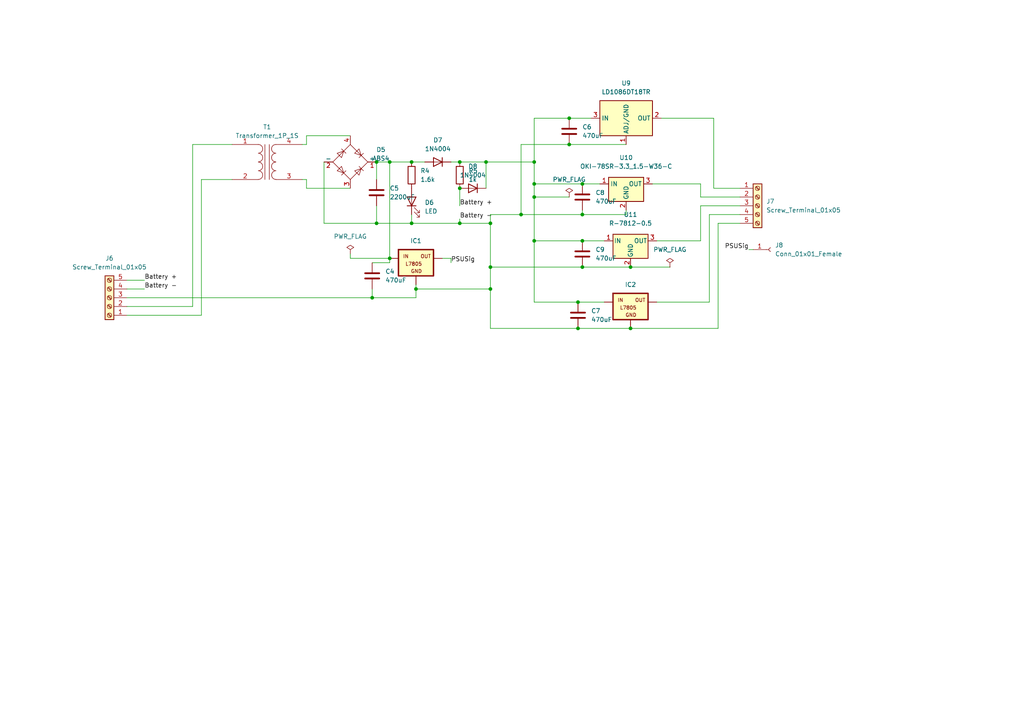
<source format=kicad_sch>
(kicad_sch (version 20211123) (generator eeschema)
  (paper "A4")
  (lib_symbols
    (symbol "Connector:Conn_01x01_Female" (pin_names (offset 1.016) hide)
      (property "Reference" "J" (at 0 2.54 0))
      (property "Value" "Conn_01x01_Female" (at 0 -2.54 0))
      (symbol "Conn_01x01_Female_1_1"
        (polyline (pts (xy -1.27 0) (xy -0.508 0)) (stroke (width 0.1524)))
        (arc (start 0 0.508) (mid -0.508 0) (end 0 -0.508) (stroke (width 0.1524)))
        (pin passive line (at -5.08 0 0) (length 3.81) (name "Pin_1") (number "1"))
      )
    )
    (symbol "Connector:Screw_Terminal_01x05" (pin_names (offset 1.016) hide)
      (property "Reference" "J" (at 0 7.62 0))
      (property "Value" "Screw_Terminal_01x05" (at 0 -7.62 0))
      (symbol "Screw_Terminal_01x05_1_1"
        (rectangle (start -1.27 6.35) (end 1.27 -6.35) (stroke (width 0.254)) (fill (type background)))
        (circle (center 0 -5.08) (radius 0.635) (stroke (width 0.1524)))
        (circle (center 0 -2.54) (radius 0.635) (stroke (width 0.1524)))
        (polyline (pts (xy -0.5334 -4.7498) (xy 0.3302 -5.588)) (stroke (width 0.1524)))
        (polyline (pts (xy -0.5334 -2.2098) (xy 0.3302 -3.048)) (stroke (width 0.1524)))
        (polyline (pts (xy -0.5334 0.3302) (xy 0.3302 -0.508)) (stroke (width 0.1524)))
        (polyline (pts (xy -0.5334 2.8702) (xy 0.3302 2.032)) (stroke (width 0.1524)))
        (polyline (pts (xy -0.5334 5.4102) (xy 0.3302 4.572)) (stroke (width 0.1524)))
        (polyline (pts (xy -0.3556 -4.572) (xy 0.508 -5.4102)) (stroke (width 0.1524)))
        (polyline (pts (xy -0.3556 -2.032) (xy 0.508 -2.8702)) (stroke (width 0.1524)))
        (polyline (pts (xy -0.3556 0.508) (xy 0.508 -0.3302)) (stroke (width 0.1524)))
        (polyline (pts (xy -0.3556 3.048) (xy 0.508 2.2098)) (stroke (width 0.1524)))
        (polyline (pts (xy -0.3556 5.588) (xy 0.508 4.7498)) (stroke (width 0.1524)))
        (circle (center 0 0) (radius 0.635) (stroke (width 0.1524)))
        (circle (center 0 2.54) (radius 0.635) (stroke (width 0.1524)))
        (circle (center 0 5.08) (radius 0.635) (stroke (width 0.1524)))
        (pin passive line (at -5.08 5.08 0) (length 3.81) (name "Pin_1") (number "1"))
        (pin passive line (at -5.08 2.54 0) (length 3.81) (name "Pin_2") (number "2"))
        (pin passive line (at -5.08 0 0) (length 3.81) (name "Pin_3") (number "3"))
        (pin passive line (at -5.08 -2.54 0) (length 3.81) (name "Pin_4") (number "4"))
        (pin passive line (at -5.08 -5.08 0) (length 3.81) (name "Pin_5") (number "5"))
      )
    )
    (symbol "Converter_DCDC:OKI-78SR-3.3_1.5-W36-C"
      (property "Reference" "U" (at -3.81 3.175 0))
      (property "Value" "OKI-78SR-3.3_1.5-W36-C" (at 0 3.175 0))
      (symbol "OKI-78SR-3.3_1.5-W36-C_0_1"
        (rectangle (start -5.08 1.905) (end 5.08 -5.08) (stroke (width 0.254)) (fill (type background)))
      )
      (symbol "OKI-78SR-3.3_1.5-W36-C_1_1"
        (pin power_in line (at -7.62 0 0) (length 2.54) (name "IN") (number "1"))
        (pin power_in line (at 0 -7.62 90) (length 2.54) (name "GND") (number "2"))
        (pin power_out line (at 7.62 0 180) (length 2.54) (name "OUT") (number "3"))
      )
    )
    (symbol "Device:C" (pin_numbers hide) (pin_names (offset 0.254))
      (property "Reference" "C" (at 0.635 2.54 0))
      (property "Value" "C" (at 0.635 -2.54 0))
      (symbol "C_0_1"
        (polyline (pts (xy -2.032 -0.762) (xy 2.032 -0.762)) (stroke (width 0.508)))
        (polyline (pts (xy -2.032 0.762) (xy 2.032 0.762)) (stroke (width 0.508)))
      )
      (symbol "C_1_1"
        (pin passive line (at 0 3.81 270) (length 2.794) (name "~") (number "1"))
        (pin passive line (at 0 -3.81 90) (length 2.794) (name "~") (number "2"))
      )
    )
    (symbol "Device:LED" (pin_numbers hide) (pin_names (offset 1.016) hide)
      (property "Reference" "D" (at 0 2.54 0))
      (property "Value" "LED" (at 0 -2.54 0))
      (symbol "LED_0_1"
        (polyline (pts (xy -1.27 -1.27) (xy -1.27 1.27)) (stroke (width 0.254)))
        (polyline (pts (xy -1.27 0) (xy 1.27 0)))
        (polyline (pts (xy 1.27 -1.27) (xy 1.27 1.27) (xy -1.27 0) (xy 1.27 -1.27)) (stroke (width 0.254)))
        (polyline (pts (xy -3.048 -0.762) (xy -4.572 -2.286) (xy -3.81 -2.286) (xy -4.572 -2.286) (xy -4.572 -1.524)))
        (polyline (pts (xy -1.778 -0.762) (xy -3.302 -2.286) (xy -2.54 -2.286) (xy -3.302 -2.286) (xy -3.302 -1.524)))
      )
      (symbol "LED_1_1"
        (pin passive line (at -3.81 0 0) (length 2.54) (name "K") (number "1"))
        (pin passive line (at 3.81 0 180) (length 2.54) (name "A") (number "2"))
      )
    )
    (symbol "Device:R" (pin_numbers hide) (pin_names (offset 0))
      (property "Reference" "R" (at 2.032 0 90))
      (property "Value" "R" (at 0 0 90))
      (symbol "R_0_1"
        (rectangle (start -1.016 -2.54) (end 1.016 2.54) (stroke (width 0.254)))
      )
      (symbol "R_1_1"
        (pin passive line (at 0 3.81 270) (length 1.27) (name "~") (number "1"))
        (pin passive line (at 0 -3.81 90) (length 1.27) (name "~") (number "2"))
      )
    )
    (symbol "Device:Transformer_1P_1S" (pin_names (offset 1.016) hide)
      (property "Reference" "T" (at 0 6.35 0))
      (property "Value" "Transformer_1P_1S" (at 0 -7.62 0))
      (symbol "Transformer_1P_1S_0_1"
        (arc (start -2.54 -5.0546) (mid -1.6599 -4.6901) (end -1.27 -3.81))
        (arc (start -2.54 -2.5146) (mid -1.6599 -2.1501) (end -1.27 -1.27))
        (arc (start -2.54 0.0254) (mid -1.6599 0.3899) (end -1.27 1.27))
        (arc (start -2.54 2.5654) (mid -1.6599 2.9299) (end -1.27 3.81))
        (arc (start -1.27 -3.81) (mid -1.642 -2.912) (end -2.54 -2.54))
        (arc (start -1.27 -1.27) (mid -1.642 -0.372) (end -2.54 0))
        (arc (start -1.27 1.27) (mid -1.642 2.168) (end -2.54 2.54))
        (arc (start -1.27 3.81) (mid -1.642 4.708) (end -2.54 5.08))
        (polyline (pts (xy -0.635 5.08) (xy -0.635 -5.08)))
        (polyline (pts (xy 0.635 -5.08) (xy 0.635 5.08)))
        (arc (start 1.2954 -1.27) (mid 1.6599 -2.1501) (end 2.54 -2.5146))
        (arc (start 1.2954 1.27) (mid 1.6599 0.3899) (end 2.54 0.0254))
        (arc (start 1.2954 3.81) (mid 1.6599 2.9299) (end 2.54 2.5654))
        (arc (start 1.3208 -3.81) (mid 1.6853 -4.6901) (end 2.5654 -5.0546))
        (arc (start 2.54 0) (mid 1.642 -0.372) (end 1.2954 -1.27))
        (arc (start 2.54 2.54) (mid 1.642 2.168) (end 1.2954 1.27))
        (arc (start 2.54 5.08) (mid 1.642 4.708) (end 1.2954 3.81))
        (arc (start 2.5654 -2.54) (mid 1.6674 -2.912) (end 1.3208 -3.81))
      )
      (symbol "Transformer_1P_1S_1_1"
        (pin passive line (at -10.16 5.08 0) (length 7.62) (name "AA") (number "1"))
        (pin passive line (at -10.16 -5.08 0) (length 7.62) (name "AB") (number "2"))
        (pin passive line (at 10.16 -5.08 180) (length 7.62) (name "SA") (number "3"))
        (pin passive line (at 10.16 5.08 180) (length 7.62) (name "SB") (number "4"))
      )
    )
    (symbol "Diode:1N4004" (pin_numbers hide) (pin_names (offset 1.016) hide)
      (property "Reference" "D" (at 0 2.54 0))
      (property "Value" "1N4004" (at 0 -2.54 0))
      (symbol "1N4004_0_1"
        (polyline (pts (xy -1.27 1.27) (xy -1.27 -1.27)) (stroke (width 0.254)))
        (polyline (pts (xy 1.27 0) (xy -1.27 0)))
        (polyline (pts (xy 1.27 1.27) (xy 1.27 -1.27) (xy -1.27 0) (xy 1.27 1.27)) (stroke (width 0.254)))
      )
      (symbol "1N4004_1_1"
        (pin passive line (at -3.81 0 0) (length 2.54) (name "K") (number "1"))
        (pin passive line (at 3.81 0 180) (length 2.54) (name "A") (number "2"))
      )
    )
    (symbol "Diode_Bridge:ABS4" (pin_names (offset 0))
      (property "Reference" "D" (at 2.54 6.985 0))
      (property "Value" "ABS4" (at 2.54 5.08 0))
      (symbol "ABS4_0_1"
        (polyline (pts (xy -2.54 3.81) (xy -1.27 2.54)))
        (polyline (pts (xy -1.27 -2.54) (xy -2.54 -3.81)))
        (polyline (pts (xy 2.54 -1.27) (xy 3.81 -2.54)))
        (polyline (pts (xy 2.54 1.27) (xy 3.81 2.54)))
        (polyline (pts (xy -3.81 2.54) (xy -2.54 1.27) (xy -1.905 3.175) (xy -3.81 2.54)))
        (polyline (pts (xy -2.54 -1.27) (xy -3.81 -2.54) (xy -1.905 -3.175) (xy -2.54 -1.27)))
        (polyline (pts (xy 1.27 2.54) (xy 2.54 3.81) (xy 3.175 1.905) (xy 1.27 2.54)))
        (polyline (pts (xy 3.175 -1.905) (xy 1.27 -2.54) (xy 2.54 -3.81) (xy 3.175 -1.905)))
        (polyline (pts (xy -5.08 0) (xy 0 -5.08) (xy 5.08 0) (xy 0 5.08) (xy -5.08 0)))
      )
      (symbol "ABS4_1_1"
        (pin passive line (at 7.62 0 180) (length 2.54) (name "+") (number "1"))
        (pin passive line (at -7.62 0 0) (length 2.54) (name "-") (number "2"))
        (pin passive line (at 0 -7.62 90) (length 2.54) (name "~") (number "3"))
        (pin passive line (at 0 7.62 270) (length 2.54) (name "~") (number "4"))
      )
    )
    (symbol "L7805:L7805" (pin_numbers hide) (pin_names (offset 1.016) hide)
      (property "Reference" "IC" (at 5.08 7.62 0))
      (symbol "L7805_0_0"
        (rectangle (start -5.08 -2.54) (end 5.08 5.08) (stroke (width 0.4064)) (fill (type background)))
        (text "GND" (at -1.524 -1.778 0) (effects (font (size 1.016 1.016)) (justify left bottom)))
        (text "IN" (at -3.81 2.54 0) (effects (font (size 1.016 1.016)) (justify left bottom)))
        (text "L7805" (at 1.778 1.524 0) (effects (font (size 1.016 1.016)) (justify right top)))
        (text "OUT" (at 1.27 2.54 0) (effects (font (size 1.016 1.016)) (justify left bottom)))
        (pin input line (at 0 -5.08 90) (length 2.54) (name "~") (number "GND"))
        (pin input line (at -7.62 2.54 0) (length 2.54) (name "~") (number "IN"))
        (pin passive line (at 7.62 2.54 180) (length 2.54) (name "~") (number "OUT"))
      )
    )
    (symbol "Regulator_Linear:LD1086DT18TR"
      (property "Reference" "U" (at 0 10.16 0))
      (property "Value" "LD1086DT18TR" (at 0 7.62 0))
      (symbol "LD1086DT18TR_1_1"
        (rectangle (start -7.62 -5.08) (end 7.62 5.08) (stroke (width 0.254)) (fill (type background)))
        (pin input line (at 0 -7.62 90) (length 2.54) (name "ADJ/GND") (number "1"))
        (pin power_out line (at 10.16 0 180) (length 2.54) (name "OUT") (number "2"))
        (pin power_in line (at -10.16 0 0) (length 2.54) (name "IN") (number "3"))
      )
    )
    (symbol "Regulator_Switching:R-7812-0.5" (pin_names (offset 0.254))
      (property "Reference" "U" (at -3.81 3.175 0))
      (property "Value" "R-7812-0.5" (at 0 3.175 0))
      (symbol "R-7812-0.5_0_1"
        (rectangle (start -5.08 1.905) (end 5.08 -5.08) (stroke (width 0.254)) (fill (type background)))
      )
      (symbol "R-7812-0.5_1_1"
        (pin power_in line (at -7.62 0 0) (length 2.54) (name "IN") (number "1"))
        (pin power_in line (at 0 -7.62 90) (length 2.54) (name "GND") (number "2"))
        (pin power_out line (at 7.62 0 180) (length 2.54) (name "OUT") (number "3"))
      )
    )
    (symbol "power:PWR_FLAG" (power) (pin_numbers hide) (pin_names (offset 0) hide)
      (property "Value" "PWR_FLAG" (at 0 3.81 0))
      (symbol "PWR_FLAG_0_0"
        (pin power_out line (at 0 0 90) (length 0) (name "pwr") (number "1"))
      )
      (symbol "PWR_FLAG_0_1"
        (polyline (pts (xy 0 0) (xy 0 1.27) (xy -1.016 1.905) (xy 0 2.54) (xy 1.016 1.905) (xy 0 1.27)))
      )
    )
  )
  (junction (at 113.03 74.93))
  (junction (at 120.65 83.82))
  (junction (at 140.97 46.99))
  (junction (at 119.38 46.99))
  (junction (at 165.1 41.91))
  (junction (at 107.95 86.36))
  (junction (at 133.35 46.99))
  (junction (at 154.94 57.15))
  (junction (at 182.88 95.25))
  (junction (at 142.24 83.82))
  (junction (at 168.91 77.47))
  (junction (at 151.13 62.23))
  (junction (at 168.91 62.23))
  (junction (at 113.03 46.99))
  (junction (at 109.22 64.77))
  (junction (at 154.94 46.99))
  (junction (at 168.91 69.85))
  (junction (at 142.24 64.77))
  (junction (at 167.64 95.25))
  (junction (at 109.22 46.99))
  (junction (at 182.88 77.47))
  (junction (at 133.35 54.61))
  (junction (at 167.64 87.63))
  (junction (at 142.24 77.47))
  (junction (at 168.91 53.34))
  (junction (at 154.94 53.34))
  (junction (at 119.38 64.77))
  (junction (at 133.35 64.77))
  (junction (at 165.1 34.29))
  (junction (at 154.94 69.85))
  (wire (pts (xy 113.03 46.99) (xy 119.38 46.99)))
  (wire (pts (xy 87.63 41.91) (xy 88.9 41.91)))
  (wire (pts (xy 214.63 64.77) (xy 208.28 64.77)))
  (wire (pts (xy 36.83 83.82) (xy 41.91 83.82)))
  (wire (pts (xy 119.38 64.77) (xy 133.35 64.77)))
  (wire (pts (xy 154.94 57.15) (xy 165.1 57.15)))
  (wire (pts (xy 168.91 60.96) (xy 168.91 62.23)))
  (wire (pts (xy 109.22 64.77) (xy 119.38 64.77)))
  (wire (pts (xy 133.35 46.99) (xy 140.97 46.99)))
  (wire (pts (xy 93.98 46.99) (xy 93.98 64.77)))
  (wire (pts (xy 151.13 62.23) (xy 142.24 62.23)))
  (wire (pts (xy 113.03 74.93) (xy 113.03 46.99)))
  (wire (pts (xy 140.97 54.61) (xy 140.97 46.99)))
  (wire (pts (xy 154.94 69.85) (xy 154.94 87.63)))
  (wire (pts (xy 133.35 64.77) (xy 142.24 64.77)))
  (wire (pts (xy 151.13 41.91) (xy 165.1 41.91)))
  (wire (pts (xy 168.91 69.85) (xy 175.26 69.85)))
  (wire (pts (xy 101.6 74.93) (xy 113.03 74.93)))
  (wire (pts (xy 181.61 62.23) (xy 168.91 62.23)))
  (wire (pts (xy 109.22 59.69) (xy 109.22 64.77)))
  (wire (pts (xy 58.42 91.44) (xy 58.42 52.07)))
  (wire (pts (xy 190.5 69.85) (xy 203.2 69.85)))
  (wire (pts (xy 55.88 41.91) (xy 67.31 41.91)))
  (wire (pts (xy 107.95 83.82) (xy 107.95 86.36)))
  (wire (pts (xy 133.35 63.5) (xy 133.35 64.77)))
  (wire (pts (xy 113.03 76.2) (xy 113.03 74.93)))
  (wire (pts (xy 36.83 86.36) (xy 107.95 86.36)))
  (wire (pts (xy 168.91 77.47) (xy 182.88 77.47)))
  (wire (pts (xy 36.83 81.28) (xy 41.91 81.28)))
  (wire (pts (xy 207.01 34.29) (xy 207.01 54.61)))
  (wire (pts (xy 154.94 53.34) (xy 154.94 57.15)))
  (wire (pts (xy 167.64 87.63) (xy 175.26 87.63)))
  (wire (pts (xy 217.17 72.39) (xy 218.44 72.39)))
  (wire (pts (xy 154.94 87.63) (xy 167.64 87.63)))
  (wire (pts (xy 142.24 95.25) (xy 142.24 83.82)))
  (wire (pts (xy 55.88 88.9) (xy 55.88 41.91)))
  (wire (pts (xy 207.01 54.61) (xy 214.63 54.61)))
  (wire (pts (xy 58.42 52.07) (xy 67.31 52.07)))
  (wire (pts (xy 109.22 46.99) (xy 109.22 52.07)))
  (wire (pts (xy 168.91 53.34) (xy 173.99 53.34)))
  (wire (pts (xy 142.24 77.47) (xy 168.91 77.47)))
  (wire (pts (xy 119.38 46.99) (xy 123.19 46.99)))
  (wire (pts (xy 168.91 62.23) (xy 151.13 62.23)))
  (wire (pts (xy 107.95 86.36) (xy 120.65 86.36)))
  (wire (pts (xy 88.9 39.37) (xy 88.9 41.91)))
  (wire (pts (xy 203.2 69.85) (xy 203.2 59.69)))
  (wire (pts (xy 189.23 53.34) (xy 203.2 53.34)))
  (wire (pts (xy 203.2 53.34) (xy 203.2 57.15)))
  (wire (pts (xy 36.83 91.44) (xy 58.42 91.44)))
  (wire (pts (xy 120.65 82.55) (xy 120.65 83.82)))
  (wire (pts (xy 120.65 83.82) (xy 120.65 86.36)))
  (wire (pts (xy 109.22 46.99) (xy 113.03 46.99)))
  (wire (pts (xy 130.81 74.93) (xy 130.81 76.2)))
  (wire (pts (xy 107.95 76.2) (xy 113.03 76.2)))
  (wire (pts (xy 119.38 62.23) (xy 119.38 64.77)))
  (wire (pts (xy 167.64 95.25) (xy 182.88 95.25)))
  (wire (pts (xy 154.94 53.34) (xy 168.91 53.34)))
  (wire (pts (xy 93.98 64.77) (xy 109.22 64.77)))
  (wire (pts (xy 142.24 64.77) (xy 142.24 77.47)))
  (wire (pts (xy 120.65 83.82) (xy 142.24 83.82)))
  (wire (pts (xy 133.35 54.61) (xy 133.35 59.69)))
  (wire (pts (xy 154.94 34.29) (xy 165.1 34.29)))
  (wire (pts (xy 36.83 88.9) (xy 55.88 88.9)))
  (wire (pts (xy 130.81 46.99) (xy 133.35 46.99)))
  (wire (pts (xy 191.77 34.29) (xy 207.01 34.29)))
  (wire (pts (xy 88.9 54.61) (xy 101.6 54.61)))
  (wire (pts (xy 165.1 34.29) (xy 171.45 34.29)))
  (wire (pts (xy 140.97 46.99) (xy 154.94 46.99)))
  (wire (pts (xy 88.9 39.37) (xy 101.6 39.37)))
  (wire (pts (xy 142.24 77.47) (xy 142.24 83.82)))
  (wire (pts (xy 203.2 57.15) (xy 214.63 57.15)))
  (wire (pts (xy 205.74 87.63) (xy 205.74 62.23)))
  (wire (pts (xy 142.24 62.23) (xy 142.24 64.77)))
  (wire (pts (xy 101.6 73.66) (xy 101.6 74.93)))
  (wire (pts (xy 165.1 41.91) (xy 181.61 41.91)))
  (wire (pts (xy 182.88 95.25) (xy 208.28 95.25)))
  (wire (pts (xy 151.13 62.23) (xy 151.13 41.91)))
  (wire (pts (xy 181.61 60.96) (xy 181.61 62.23)))
  (wire (pts (xy 154.94 57.15) (xy 154.94 69.85)))
  (wire (pts (xy 128.27 74.93) (xy 130.81 74.93)))
  (wire (pts (xy 88.9 52.07) (xy 88.9 54.61)))
  (wire (pts (xy 208.28 64.77) (xy 208.28 95.25)))
  (wire (pts (xy 205.74 62.23) (xy 214.63 62.23)))
  (wire (pts (xy 154.94 46.99) (xy 154.94 34.29)))
  (wire (pts (xy 87.63 52.07) (xy 88.9 52.07)))
  (wire (pts (xy 154.94 46.99) (xy 154.94 53.34)))
  (wire (pts (xy 167.64 95.25) (xy 142.24 95.25)))
  (wire (pts (xy 190.5 87.63) (xy 205.74 87.63)))
  (wire (pts (xy 203.2 59.69) (xy 214.63 59.69)))
  (wire (pts (xy 154.94 69.85) (xy 168.91 69.85)))
  (wire (pts (xy 182.88 77.47) (xy 194.31 77.47)))
  (label "PSUSig" (at 130.81 76.2 0))
  (label "Battery +" (at 133.35 59.69 0))
  (label "PSUSig" (at 217.17 72.39 180))
  (label "Battery -" (at 41.91 83.82 0))
  (label "Battery -" (at 133.35 63.5 0))
  (label "Battery +" (at 41.91 81.28 0))
  (symbol (lib_id "Device:C") (at 165.1 38.1 0) (unit 1)
    (property "Reference" "C6" (at 168.91 36.8299 0) (effects (justify left)))
    (property "Value" "470uF" (at 168.91 39.3699 0) (effects (justify left)))
    (property "Footprint" "Capacitor_SMD:C_Elec_3x5.4" (effects hide))
  )
  (symbol (lib_id "Device:R") (at 119.38 50.8 0) (unit 1)
    (property "Reference" "R4" (at 121.92 49.5299 0) (effects (justify left)))
    (property "Value" "1.6k" (at 121.92 52.0699 0) (effects (justify left)))
    (property "Footprint" "Resistor_THT:R_Axial_DIN0207_L6.3mm_D2.5mm_P10.16mm_Horizontal" (effects hide))
  )
  (symbol (lib_id "Converter_DCDC:OKI-78SR-3.3_1.5-W36-C") (at 181.61 53.34 0) (unit 1)
    (property "Reference" "U10" (at 181.61 45.72 0))
    (property "Value" "OKI-78SR-3.3_1.5-W36-C" (at 181.61 48.26 0))
    (property "Footprint" "Converter_DCDC:Converter_DCDC_Murata_OKI-78SR_Vertical" (effects hide))
    (property "Datasheet" "https://power.murata.com/data/power/oki-78sr.pdf" (effects hide))
  )
  (symbol (lib_id "Device:R") (at 133.35 50.8 0) (unit 1)
    (property "Reference" "R5" (at 135.89 49.5299 0) (effects (justify left)))
    (property "Value" "1k" (at 135.89 52.0699 0) (effects (justify left)))
    (property "Footprint" "Resistor_THT:R_Axial_DIN0207_L6.3mm_D2.5mm_P10.16mm_Horizontal" (effects hide))
  )
  (symbol (lib_id "Connector:Conn_01x01_Female") (at 223.52 72.39 0) (unit 1)
    (property "Reference" "J8" (at 224.79 71.1199 0) (effects (justify left)))
    (property "Value" "Conn_01x01_Female" (at 224.79 73.6599 0) (effects (justify left)))
    (property "Footprint" "Connector_PinHeader_1.00mm:PinHeader_1x01_P1.00mm_Vertical" (effects hide))
  )
  (symbol (lib_id "power:PWR_FLAG") (at 165.1 57.15 0) (unit 1)
    (property "Reference" "#FLG09" (effects hide))
    (property "Value" "PWR_FLAG" (at 165.1 52.07 0))
  )
  (symbol (lib_id "Connector:Screw_Terminal_01x05") (at 219.71 59.69 0) (unit 1)
    (property "Reference" "J7" (at 222.25 58.4199 0) (effects (justify left)))
    (property "Value" "Screw_Terminal_01x05" (at 222.25 60.9599 0) (effects (justify left)))
    (property "Footprint" "TerminalBlock_4Ucon:TerminalBlock_4Ucon_1x05_P3.50mm_Horizontal" (effects hide))
  )
  (symbol (lib_id "Device:C") (at 167.64 91.44 0) (unit 1)
    (property "Reference" "C7" (at 171.45 90.1699 0) (effects (justify left)))
    (property "Value" "470uF" (at 171.45 92.7099 0) (effects (justify left)))
    (property "Footprint" "Capacitor_SMD:C_Elec_3x5.4" (effects hide))
  )
  (symbol (lib_id "power:PWR_FLAG") (at 101.6 73.66 0) (unit 1)
    (property "Reference" "#FLG08" (effects hide))
    (property "Value" "PWR_FLAG" (at 101.6 68.58 0))
  )
  (symbol (lib_id "L7805:L7805") (at 120.65 77.47 0) (unit 1)
    (property "Reference" "IC1" (at 120.65 69.85 0))
    (property "Value" "L7805" (effects hide))
    (property "Footprint" "footprint:78XXL" (effects hide))
  )
  (symbol (lib_id "Regulator_Switching:R-7812-0.5") (at 182.88 69.85 0) (unit 1)
    (property "Reference" "U11" (at 182.88 62.23 0))
    (property "Value" "R-7812-0.5" (at 182.88 64.77 0))
    (property "Footprint" "Converter_DCDC:Converter_DCDC_RECOM_R-78E-0.5_THT" (effects hide))
    (property "Datasheet" "https://www.recom-power.com/pdf/Innoline/R-78xx-0.5.pdf" (effects hide))
  )
  (symbol (lib_id "Device:C") (at 168.91 73.66 0) (unit 1)
    (property "Reference" "C9" (at 172.72 72.3899 0) (effects (justify left)))
    (property "Value" "470uF" (at 172.72 74.9299 0) (effects (justify left)))
    (property "Footprint" "Capacitor_SMD:C_Elec_3x5.4" (effects hide))
  )
  (symbol (lib_id "Diode:1N4004") (at 127 46.99 180) (unit 1)
    (property "Reference" "D7" (at 127 40.64 0))
    (property "Value" "1N4004" (at 127 43.18 0))
    (property "Footprint" "Diode_THT:D_DO-41_SOD81_P10.16mm_Horizontal" (effects hide))
    (property "Datasheet" "http://www.vishay.com/docs/88503/1n4001.pdf" (effects hide))
  )
  (symbol (lib_id "Connector:Screw_Terminal_01x05") (at 31.75 86.36 180) (unit 1)
    (property "Reference" "J6" (at 31.75 74.93 0))
    (property "Value" "Screw_Terminal_01x05" (at 31.75 77.47 0))
    (property "Footprint" "TerminalBlock_4Ucon:TerminalBlock_4Ucon_1x05_P3.50mm_Horizontal" (effects hide))
  )
  (symbol (lib_id "Device:Transformer_1P_1S") (at 77.47 46.99 0) (unit 1)
    (property "Reference" "T1" (at 77.4827 36.83 0))
    (property "Value" "Transformer_1P_1S" (at 77.4827 39.37 0))
    (property "Footprint" "Transformer_SMD:Pulse_PA2006NL" (effects hide))
  )
  (symbol (lib_id "Device:C") (at 168.91 57.15 0) (unit 1)
    (property "Reference" "C8" (at 172.72 55.8799 0) (effects (justify left)))
    (property "Value" "470uF" (at 172.72 58.4199 0) (effects (justify left)))
    (property "Footprint" "Capacitor_SMD:C_Elec_3x5.4" (effects hide))
  )
  (symbol (lib_id "Device:LED") (at 119.38 58.42 90) (unit 1)
    (property "Reference" "D6" (at 123.19 58.7374 90) (effects (justify right)))
    (property "Value" "LED" (at 123.19 61.2774 90) (effects (justify right)))
    (property "Footprint" "LED_SMD:LED_0603_1608Metric_Pad1.05x0.95mm_HandSolder" (effects hide))
  )
  (symbol (lib_id "Diode_Bridge:ABS4") (at 101.6 46.99 0) (unit 1)
    (property "Reference" "D5" (at 110.49 43.4086 0))
    (property "Value" "ABS4" (at 110.49 45.9486 0))
    (property "Footprint" "Diode_SMD:Diode_Bridge_Diotec_ABS" (effects hide))
    (property "Datasheet" "https://diotec.com/tl_files/diotec/files/pdf/datasheets/abs2.pdf" (effects hide))
  )
  (symbol (lib_id "Device:C") (at 107.95 80.01 0) (unit 1)
    (property "Reference" "C4" (at 111.76 78.7399 0) (effects (justify left)))
    (property "Value" "470uF" (at 111.76 81.2799 0) (effects (justify left)))
    (property "Footprint" "Capacitor_SMD:C_Elec_3x5.4" (effects hide))
  )
  (symbol (lib_id "Regulator_Linear:LD1086DT18TR") (at 181.61 34.29 0) (unit 1)
    (property "Reference" "U9" (at 181.61 24.13 0))
    (property "Value" "LD1086DT18TR" (at 181.61 26.67 0))
    (property "Footprint" "Package_TO_SOT_SMD:TO-252-2" (effects hide))
    (property "Datasheet" "https://www.st.com/resource/en/datasheet/ld1086.pdf" (effects hide))
  )
  (symbol (lib_id "L7805:L7805") (at 182.88 90.17 0) (unit 1)
    (property "Reference" "IC2" (at 182.88 82.55 0))
    (property "Value" "L7805" (effects hide))
    (property "Footprint" "footprint:78XXL" (effects hide))
  )
  (symbol (lib_id "power:PWR_FLAG") (at 194.31 77.47 0) (unit 1)
    (property "Reference" "#FLG010" (effects hide))
    (property "Value" "PWR_FLAG" (at 194.31 72.39 0))
  )
  (symbol (lib_id "Device:C") (at 109.22 55.88 0) (unit 1)
    (property "Reference" "C5" (at 113.03 54.6099 0) (effects (justify left)))
    (property "Value" "2200uF" (at 113.03 57.1499 0) (effects (justify left)))
    (property "Footprint" "Capacitor_SMD:C_Elec_5x5.4" (effects hide))
  )
  (symbol (lib_id "Diode:1N4004") (at 137.16 54.61 180) (unit 1)
    (property "Reference" "D8" (at 137.16 48.26 0))
    (property "Value" "1N4004" (at 137.16 50.8 0))
    (property "Footprint" "Diode_THT:D_DO-41_SOD81_P10.16mm_Horizontal" (effects hide))
    (property "Datasheet" "http://www.vishay.com/docs/88503/1n4001.pdf" (effects hide))
  )
)
</source>
